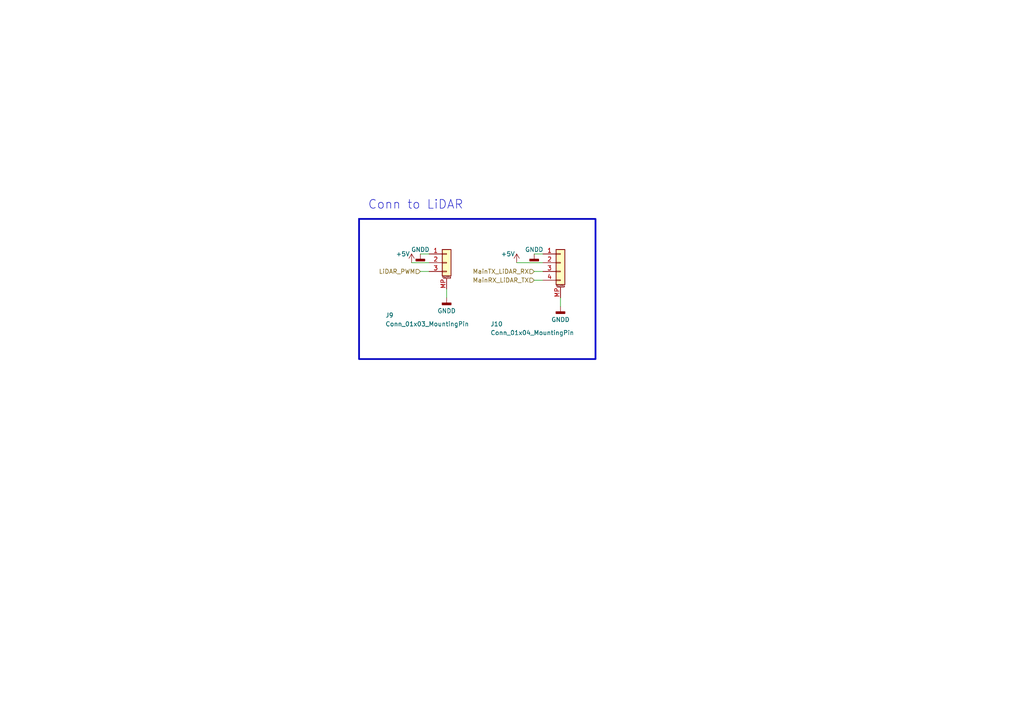
<source format=kicad_sch>
(kicad_sch (version 20230121) (generator eeschema)
  (paper "A4")
  (lib_symbols
    (symbol "Connector_Generic_MountingPin:Conn_01x03_MountingPin" (pin_names (offset 1.016) hide)
      (property "Reference" "J" (at 0 5.08 0))
      (property "Value" "Conn_01x03_MountingPin" (at 1.27 -5.08 0))
      (symbol "Conn_01x03_MountingPin_1_1"
        (rectangle (start -1.27 -2.413) (end 0 -2.667) (stroke (width 0.1524)))
        (rectangle (start -1.27 0.127) (end 0 -0.127) (stroke (width 0.1524)))
        (rectangle (start -1.27 2.667) (end 0 2.413) (stroke (width 0.1524)))
        (rectangle (start -1.27 3.81) (end 1.27 -3.81) (stroke (width 0.254)) (fill (type background)))
        (polyline (pts (xy -1.016 -4.572) (xy 1.016 -4.572)) (stroke (width 0.1524)))
        (text "Mounting" (at 0 -4.191 0) (effects (font (size 0.381 0.381))))
        (pin passive line (at -5.08 2.54 0) (length 3.81) (name "Pin_1") (number "1"))
        (pin passive line (at -5.08 0 0) (length 3.81) (name "Pin_2") (number "2"))
        (pin passive line (at -5.08 -2.54 0) (length 3.81) (name "Pin_3") (number "3"))
        (pin passive line (at 0 -7.62 90) (length 3.048) (name "MountPin") (number "MP"))
      )
    )
    (symbol "Connector_Generic_MountingPin:Conn_01x04_MountingPin" (pin_names (offset 1.016) hide)
      (property "Reference" "J" (at 0 5.08 0))
      (property "Value" "Conn_01x04_MountingPin" (at 1.27 -7.62 0))
      (symbol "Conn_01x04_MountingPin_1_1"
        (rectangle (start -1.27 -4.953) (end 0 -5.207) (stroke (width 0.1524)))
        (rectangle (start -1.27 -2.413) (end 0 -2.667) (stroke (width 0.1524)))
        (rectangle (start -1.27 0.127) (end 0 -0.127) (stroke (width 0.1524)))
        (rectangle (start -1.27 2.667) (end 0 2.413) (stroke (width 0.1524)))
        (rectangle (start -1.27 3.81) (end 1.27 -6.35) (stroke (width 0.254)) (fill (type background)))
        (polyline (pts (xy -1.016 -7.112) (xy 1.016 -7.112)) (stroke (width 0.1524)))
        (text "Mounting" (at 0 -6.731 0) (effects (font (size 0.381 0.381))))
        (pin passive line (at -5.08 2.54 0) (length 3.81) (name "Pin_1") (number "1"))
        (pin passive line (at -5.08 0 0) (length 3.81) (name "Pin_2") (number "2"))
        (pin passive line (at -5.08 -2.54 0) (length 3.81) (name "Pin_3") (number "3"))
        (pin passive line (at -5.08 -5.08 0) (length 3.81) (name "Pin_4") (number "4"))
        (pin passive line (at 0 -10.16 90) (length 3.048) (name "MountPin") (number "MP"))
      )
    )
    (symbol "power:+5V" (power) (pin_names (offset 0))
      (property "Value" "+5V" (at 0 3.556 0))
      (symbol "+5V_0_1"
        (polyline (pts (xy -0.762 1.27) (xy 0 2.54)))
        (polyline (pts (xy 0 0) (xy 0 2.54)))
        (polyline (pts (xy 0 2.54) (xy 0.762 1.27)))
      )
      (symbol "+5V_1_1"
        (pin power_in line (at 0 0 90) (length 0) hide (name "+5V") (number "1"))
      )
    )
    (symbol "power:GNDD" (power) (pin_names (offset 0))
      (property "Value" "GNDD" (at 0 -3.175 0))
      (symbol "GNDD_0_1"
        (rectangle (start -1.27 -1.524) (end 1.27 -2.032) (stroke (width 0.254)) (fill (type outline)))
        (polyline (pts (xy 0 0) (xy 0 -1.524)))
      )
      (symbol "GNDD_1_1"
        (pin power_in line (at 0 0 270) (length 0) hide (name "GNDD") (number "1"))
      )
    )
  )
  (wire (pts (xy 154.94 78.74) (xy 157.48 78.74)))
  (wire (pts (xy 129.54 83.82) (xy 129.54 86.36)))
  (wire (pts (xy 124.46 73.66) (xy 121.92 73.66)))
  (wire (pts (xy 149.86 76.2) (xy 157.48 76.2)))
  (wire (pts (xy 157.48 73.66) (xy 154.94 73.66)))
  (wire (pts (xy 154.94 81.28) (xy 157.48 81.28)))
  (wire (pts (xy 121.92 78.74) (xy 124.46 78.74)))
  (wire (pts (xy 119.38 76.2) (xy 124.46 76.2)))
  (wire (pts (xy 162.56 86.36) (xy 162.56 88.9)))
  (rectangle (start 104.14 63.5) (end 172.72 104.14) (stroke (width 0.5)))
  (text "Conn to LiDAR" (at 106.68 60.96 0) (effects (font (size 2.54 2.54)) (justify left bottom)))
  (hierarchical_label "MainRX_LiDAR_TX" (shape input) (at 154.94 81.28 180))
  (hierarchical_label "LiDAR_PWM" (shape input) (at 121.92 78.74 180))
  (hierarchical_label "MainTX_LiDAR_RX" (shape input) (at 154.94 78.74 180))
  (symbol (lib_id "power:+5V") (at 149.86 76.2 0) (unit 1)
    (property "Reference" "#PWR0108" (effects hide))
    (property "Value" "+5V" (at 147.32 73.66 0))
  )
  (symbol (lib_id "power:GNDD") (at 121.92 73.66 0) (unit 1)
    (property "Reference" "#PWR057" (effects hide))
    (property "Value" "GNDD" (at 121.92 72.39 0))
  )
  (symbol (lib_id "Connector_Generic_MountingPin:Conn_01x03_MountingPin") (at 129.54 76.2 0) (unit 1)
    (property "Reference" "J9" (at 111.76 91.44 0) (effects (justify left)))
    (property "Value" "Conn_01x03_MountingPin" (at 111.76 93.98 0) (effects (justify left)))
    (property "Footprint" "Connector_Molex:Molex_PicoBlade_53261-0371_1x03-1MP_P1.25mm_Horizontal" (effects hide))
  )
  (symbol (lib_id "Connector_Generic_MountingPin:Conn_01x04_MountingPin") (at 162.56 76.2 0) (unit 1)
    (property "Reference" "J10" (at 142.24 93.98 0) (effects (justify left)))
    (property "Value" "Conn_01x04_MountingPin" (at 142.24 96.52 0) (effects (justify left)))
    (property "Footprint" "Connector_Molex:Molex_PicoBlade_53261-0471_1x04-1MP_P1.25mm_Horizontal" (effects hide))
  )
  (symbol (lib_id "power:GNDD") (at 162.56 88.9 0) (unit 1)
    (property "Reference" "#PWR0114" (effects hide))
    (property "Value" "GNDD" (at 162.56 92.71 0))
  )
  (symbol (lib_id "power:GNDD") (at 129.54 86.36 0) (unit 1)
    (property "Reference" "#PWR058" (effects hide))
    (property "Value" "GNDD" (at 129.54 90.17 0))
  )
  (symbol (lib_id "power:+5V") (at 119.38 76.2 0) (unit 1)
    (property "Reference" "#PWR056" (effects hide))
    (property "Value" "+5V" (at 116.84 73.66 0))
  )
  (symbol (lib_id "power:GNDD") (at 154.94 73.66 0) (unit 1)
    (property "Reference" "#PWR0113" (effects hide))
    (property "Value" "GNDD" (at 154.94 72.39 0))
  )
)
</source>
